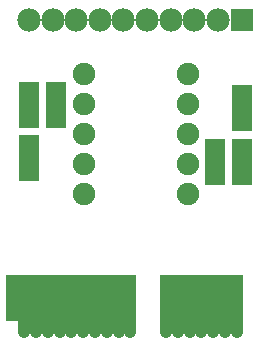
<source format=gbs>
G04 #@! TF.GenerationSoftware,KiCad,Pcbnew,(2017-06-19 revision 6733101c6)-makepkg*
G04 #@! TF.CreationDate,2017-10-16T02:16:10+10:30*
G04 #@! TF.ProjectId,din_meter_atm90e26,64696E5F6D657465725F61746D393065,rev?*
G04 #@! TF.SameCoordinates,Original
G04 #@! TF.FileFunction,Soldermask,Bot*
G04 #@! TF.FilePolarity,Negative*
%FSLAX46Y46*%
G04 Gerber Fmt 4.6, Leading zero omitted, Abs format (unit mm)*
G04 Created by KiCad (PCBNEW (2017-06-19 revision 6733101c6)-makepkg) date 10/16/17 02:16:10*
%MOMM*%
%LPD*%
G01*
G04 APERTURE LIST*
%ADD10C,0.100000*%
%ADD11C,1.900000*%
%ADD12R,1.670000X1.370000*%
%ADD13R,1.975000X1.975000*%
%ADD14C,1.975000*%
%ADD15O,1.050000X1.050000*%
%ADD16R,1.050000X5.000000*%
%ADD17R,1.050000X4.000000*%
G04 APERTURE END LIST*
D10*
D11*
X141605000Y-68453000D03*
X141605000Y-65913000D03*
X141605000Y-76073000D03*
X141605000Y-73533000D03*
X141605000Y-70993000D03*
X150368000Y-76073000D03*
X150368000Y-73533000D03*
X150368000Y-70993000D03*
X150368000Y-68453000D03*
X150368000Y-65913000D03*
D12*
X136906000Y-69850000D03*
X136906000Y-68580000D03*
X136906000Y-67310000D03*
X136906000Y-74295000D03*
X136906000Y-73025000D03*
X136906000Y-71755000D03*
X139192000Y-69850000D03*
X139192000Y-68580000D03*
X139192000Y-67310000D03*
D13*
X154907000Y-61341000D03*
D14*
X152907000Y-61341000D03*
X150907000Y-61341000D03*
X148907000Y-61341000D03*
X146907000Y-61341000D03*
X144907000Y-61341000D03*
X142907000Y-61341000D03*
X140907000Y-61341000D03*
X138907000Y-61341000D03*
X136907000Y-61341000D03*
D12*
X152654000Y-72136000D03*
X152654000Y-73406000D03*
X152654000Y-74676000D03*
X154940000Y-72136000D03*
X154940000Y-73406000D03*
X154940000Y-74676000D03*
X154940000Y-67564000D03*
X154940000Y-68834000D03*
X154940000Y-70104000D03*
D15*
X136508000Y-87723000D03*
X154508000Y-87723000D03*
X153508000Y-87723000D03*
X148508000Y-87723000D03*
X145508000Y-87723000D03*
X152508000Y-87723000D03*
X149508000Y-87723000D03*
X137508000Y-87723000D03*
X151508000Y-87723000D03*
X150508000Y-87723000D03*
X144508000Y-87723000D03*
X143508000Y-87723000D03*
X142508000Y-87723000D03*
X141508000Y-87723000D03*
X140508000Y-87723000D03*
X139508000Y-87723000D03*
X138508000Y-87723000D03*
D16*
X149508000Y-85423000D03*
X148508000Y-85423000D03*
X154508000Y-85423000D03*
X153508000Y-85423000D03*
X152508000Y-85423000D03*
X151508000Y-85423000D03*
X150508000Y-85423000D03*
X145508000Y-85423000D03*
X144508000Y-85423000D03*
X143508000Y-85423000D03*
X142508000Y-85423000D03*
X141508000Y-85423000D03*
X140508000Y-85423000D03*
X139508000Y-85423000D03*
X138508000Y-85423000D03*
X137508000Y-85423000D03*
X136508000Y-85423000D03*
D17*
X135508000Y-84923000D03*
M02*

</source>
